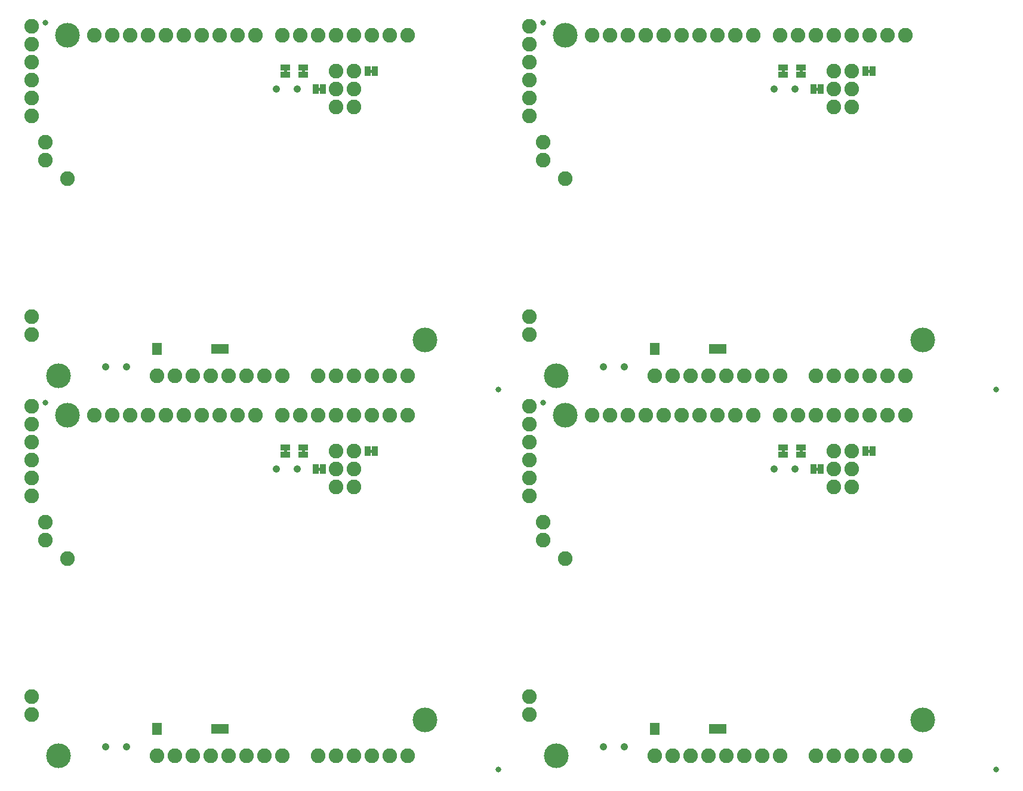
<source format=gbs>
G75*
%MOIN*%
%OFA0B0*%
%FSLAX25Y25*%
%IPPOS*%
%LPD*%
%AMOC8*
5,1,8,0,0,1.08239X$1,22.5*
%
%ADD10C,0.08200*%
%ADD11C,0.04146*%
%ADD12R,0.05800X0.03300*%
%ADD13C,0.00500*%
%ADD14R,0.03300X0.05800*%
%ADD15C,0.13800*%
%ADD16C,0.03300*%
D10*
X0067524Y0061500D03*
X0067524Y0071500D03*
X0137524Y0038500D03*
X0147524Y0038500D03*
X0157524Y0038500D03*
X0167524Y0038500D03*
X0177524Y0038500D03*
X0187524Y0038500D03*
X0197524Y0038500D03*
X0207524Y0038500D03*
X0227524Y0038500D03*
X0237524Y0038500D03*
X0247524Y0038500D03*
X0257524Y0038500D03*
X0267524Y0038500D03*
X0277524Y0038500D03*
X0345524Y0061500D03*
X0345524Y0071500D03*
X0415524Y0038500D03*
X0425524Y0038500D03*
X0435524Y0038500D03*
X0445524Y0038500D03*
X0455524Y0038500D03*
X0465524Y0038500D03*
X0475524Y0038500D03*
X0485524Y0038500D03*
X0505524Y0038500D03*
X0515524Y0038500D03*
X0525524Y0038500D03*
X0535524Y0038500D03*
X0545524Y0038500D03*
X0555524Y0038500D03*
X0365524Y0148500D03*
X0353024Y0159000D03*
X0353024Y0169000D03*
X0345524Y0183500D03*
X0345524Y0193500D03*
X0345524Y0203500D03*
X0345524Y0213500D03*
X0345524Y0223500D03*
X0345524Y0233500D03*
X0380524Y0228500D03*
X0390524Y0228500D03*
X0400524Y0228500D03*
X0410524Y0228500D03*
X0420524Y0228500D03*
X0430524Y0228500D03*
X0440524Y0228500D03*
X0450524Y0228500D03*
X0460524Y0228500D03*
X0470524Y0228500D03*
X0485524Y0228500D03*
X0495524Y0228500D03*
X0505524Y0228500D03*
X0515524Y0228500D03*
X0525524Y0228500D03*
X0535524Y0228500D03*
X0545524Y0228500D03*
X0555524Y0228500D03*
X0525524Y0208500D03*
X0525524Y0198500D03*
X0525524Y0188500D03*
X0515524Y0188500D03*
X0515524Y0198500D03*
X0515524Y0208500D03*
X0515524Y0250500D03*
X0505524Y0250500D03*
X0525524Y0250500D03*
X0535524Y0250500D03*
X0545524Y0250500D03*
X0555524Y0250500D03*
X0485524Y0250500D03*
X0475524Y0250500D03*
X0465524Y0250500D03*
X0455524Y0250500D03*
X0445524Y0250500D03*
X0435524Y0250500D03*
X0425524Y0250500D03*
X0415524Y0250500D03*
X0345524Y0273500D03*
X0345524Y0283500D03*
X0277524Y0250500D03*
X0267524Y0250500D03*
X0257524Y0250500D03*
X0247524Y0250500D03*
X0237524Y0250500D03*
X0227524Y0250500D03*
X0207524Y0250500D03*
X0197524Y0250500D03*
X0187524Y0250500D03*
X0177524Y0250500D03*
X0167524Y0250500D03*
X0157524Y0250500D03*
X0147524Y0250500D03*
X0137524Y0250500D03*
X0142524Y0228500D03*
X0132524Y0228500D03*
X0122524Y0228500D03*
X0112524Y0228500D03*
X0102524Y0228500D03*
X0067524Y0223500D03*
X0067524Y0213500D03*
X0067524Y0203500D03*
X0067524Y0193500D03*
X0067524Y0183500D03*
X0075024Y0169000D03*
X0075024Y0159000D03*
X0087524Y0148500D03*
X0152524Y0228500D03*
X0162524Y0228500D03*
X0172524Y0228500D03*
X0182524Y0228500D03*
X0192524Y0228500D03*
X0207524Y0228500D03*
X0217524Y0228500D03*
X0227524Y0228500D03*
X0237524Y0228500D03*
X0247524Y0228500D03*
X0257524Y0228500D03*
X0267524Y0228500D03*
X0277524Y0228500D03*
X0247524Y0208500D03*
X0237524Y0208500D03*
X0237524Y0198500D03*
X0247524Y0198500D03*
X0247524Y0188500D03*
X0237524Y0188500D03*
X0067524Y0233500D03*
X0067524Y0273500D03*
X0067524Y0283500D03*
X0087524Y0360500D03*
X0075024Y0371000D03*
X0075024Y0381000D03*
X0067524Y0395500D03*
X0067524Y0405500D03*
X0067524Y0415500D03*
X0067524Y0425500D03*
X0067524Y0435500D03*
X0067524Y0445500D03*
X0102524Y0440500D03*
X0112524Y0440500D03*
X0122524Y0440500D03*
X0132524Y0440500D03*
X0142524Y0440500D03*
X0152524Y0440500D03*
X0162524Y0440500D03*
X0172524Y0440500D03*
X0182524Y0440500D03*
X0192524Y0440500D03*
X0207524Y0440500D03*
X0217524Y0440500D03*
X0227524Y0440500D03*
X0237524Y0440500D03*
X0247524Y0440500D03*
X0257524Y0440500D03*
X0267524Y0440500D03*
X0277524Y0440500D03*
X0247524Y0420500D03*
X0237524Y0420500D03*
X0237524Y0410500D03*
X0247524Y0410500D03*
X0247524Y0400500D03*
X0237524Y0400500D03*
X0345524Y0395500D03*
X0345524Y0405500D03*
X0345524Y0415500D03*
X0345524Y0425500D03*
X0345524Y0435500D03*
X0345524Y0445500D03*
X0380524Y0440500D03*
X0390524Y0440500D03*
X0400524Y0440500D03*
X0410524Y0440500D03*
X0420524Y0440500D03*
X0430524Y0440500D03*
X0440524Y0440500D03*
X0450524Y0440500D03*
X0460524Y0440500D03*
X0470524Y0440500D03*
X0485524Y0440500D03*
X0495524Y0440500D03*
X0505524Y0440500D03*
X0515524Y0440500D03*
X0525524Y0440500D03*
X0535524Y0440500D03*
X0545524Y0440500D03*
X0555524Y0440500D03*
X0525524Y0420500D03*
X0525524Y0410500D03*
X0525524Y0400500D03*
X0515524Y0400500D03*
X0515524Y0410500D03*
X0515524Y0420500D03*
X0365524Y0360500D03*
X0353024Y0371000D03*
X0353024Y0381000D03*
D11*
X0482118Y0410500D03*
X0493929Y0410500D03*
X0398629Y0255500D03*
X0386818Y0255500D03*
X0482118Y0198500D03*
X0493929Y0198500D03*
X0398629Y0043500D03*
X0386818Y0043500D03*
X0215929Y0198500D03*
X0204118Y0198500D03*
X0120629Y0255500D03*
X0108818Y0255500D03*
X0204118Y0410500D03*
X0215929Y0410500D03*
X0120629Y0043500D03*
X0108818Y0043500D03*
D12*
X0137524Y0051900D03*
X0137524Y0055100D03*
X0209256Y0206500D03*
X0209256Y0210500D03*
X0219256Y0210500D03*
X0219256Y0206500D03*
X0137524Y0263900D03*
X0137524Y0267100D03*
X0209256Y0418500D03*
X0209256Y0422500D03*
X0219256Y0422500D03*
X0219256Y0418500D03*
X0415524Y0267100D03*
X0415524Y0263900D03*
X0487256Y0210500D03*
X0487256Y0206500D03*
X0497256Y0206500D03*
X0497256Y0210500D03*
X0415524Y0055100D03*
X0415524Y0051900D03*
X0487256Y0418500D03*
X0487256Y0422500D03*
X0497256Y0422500D03*
X0497256Y0418500D03*
D13*
X0497756Y0419750D02*
X0497756Y0421250D01*
X0496756Y0421250D01*
X0496756Y0419750D01*
X0497756Y0419750D01*
X0497756Y0419831D02*
X0496756Y0419831D01*
X0496756Y0420330D02*
X0497756Y0420330D01*
X0497756Y0420828D02*
X0496756Y0420828D01*
X0487756Y0420828D02*
X0486756Y0420828D01*
X0486756Y0421250D02*
X0487756Y0421250D01*
X0487756Y0419750D01*
X0486756Y0419750D01*
X0486756Y0421250D01*
X0486756Y0420330D02*
X0487756Y0420330D01*
X0487756Y0419831D02*
X0486756Y0419831D01*
X0505274Y0411000D02*
X0505274Y0410000D01*
X0506774Y0410000D01*
X0506774Y0411000D01*
X0505274Y0411000D01*
X0505274Y0410858D02*
X0506774Y0410858D01*
X0506774Y0410360D02*
X0505274Y0410360D01*
X0534274Y0420000D02*
X0535774Y0420000D01*
X0535774Y0421000D01*
X0534274Y0421000D01*
X0534274Y0420000D01*
X0534274Y0420330D02*
X0535774Y0420330D01*
X0535774Y0420828D02*
X0534274Y0420828D01*
X0257774Y0420828D02*
X0256274Y0420828D01*
X0256274Y0421000D02*
X0256274Y0420000D01*
X0257774Y0420000D01*
X0257774Y0421000D01*
X0256274Y0421000D01*
X0256274Y0420330D02*
X0257774Y0420330D01*
X0228774Y0411000D02*
X0227274Y0411000D01*
X0227274Y0410000D01*
X0228774Y0410000D01*
X0228774Y0411000D01*
X0228774Y0410858D02*
X0227274Y0410858D01*
X0227274Y0410360D02*
X0228774Y0410360D01*
X0219756Y0419750D02*
X0219756Y0421250D01*
X0218756Y0421250D01*
X0218756Y0419750D01*
X0219756Y0419750D01*
X0219756Y0419831D02*
X0218756Y0419831D01*
X0218756Y0420330D02*
X0219756Y0420330D01*
X0219756Y0420828D02*
X0218756Y0420828D01*
X0209756Y0420828D02*
X0208756Y0420828D01*
X0208756Y0421250D02*
X0209756Y0421250D01*
X0209756Y0419750D01*
X0208756Y0419750D01*
X0208756Y0421250D01*
X0208756Y0420330D02*
X0209756Y0420330D01*
X0209756Y0419831D02*
X0208756Y0419831D01*
X0208756Y0209250D02*
X0209756Y0209250D01*
X0209756Y0207750D01*
X0208756Y0207750D01*
X0208756Y0209250D01*
X0208756Y0208961D02*
X0209756Y0208961D01*
X0209756Y0208463D02*
X0208756Y0208463D01*
X0208756Y0207964D02*
X0209756Y0207964D01*
X0218756Y0207964D02*
X0219756Y0207964D01*
X0219756Y0207750D02*
X0219756Y0209250D01*
X0218756Y0209250D01*
X0218756Y0207750D01*
X0219756Y0207750D01*
X0219756Y0208463D02*
X0218756Y0208463D01*
X0218756Y0208961D02*
X0219756Y0208961D01*
X0227274Y0199000D02*
X0227274Y0198000D01*
X0228774Y0198000D01*
X0228774Y0199000D01*
X0227274Y0199000D01*
X0227274Y0198991D02*
X0228774Y0198991D01*
X0228774Y0198492D02*
X0227274Y0198492D01*
X0256274Y0208000D02*
X0257774Y0208000D01*
X0257774Y0209000D01*
X0256274Y0209000D01*
X0256274Y0208000D01*
X0256274Y0208463D02*
X0257774Y0208463D01*
X0257774Y0208961D02*
X0256274Y0208961D01*
X0486756Y0208961D02*
X0487756Y0208961D01*
X0487756Y0209250D02*
X0486756Y0209250D01*
X0486756Y0207750D01*
X0487756Y0207750D01*
X0487756Y0209250D01*
X0487756Y0208463D02*
X0486756Y0208463D01*
X0486756Y0207964D02*
X0487756Y0207964D01*
X0496756Y0207964D02*
X0497756Y0207964D01*
X0497756Y0207750D02*
X0497756Y0209250D01*
X0496756Y0209250D01*
X0496756Y0207750D01*
X0497756Y0207750D01*
X0497756Y0208463D02*
X0496756Y0208463D01*
X0496756Y0208961D02*
X0497756Y0208961D01*
X0505274Y0199000D02*
X0505274Y0198000D01*
X0506774Y0198000D01*
X0506774Y0199000D01*
X0505274Y0199000D01*
X0505274Y0198991D02*
X0506774Y0198991D01*
X0506774Y0198492D02*
X0505274Y0198492D01*
X0534274Y0208000D02*
X0535774Y0208000D01*
X0535774Y0209000D01*
X0534274Y0209000D01*
X0534274Y0208000D01*
X0534274Y0208463D02*
X0535774Y0208463D01*
X0535774Y0208961D02*
X0534274Y0208961D01*
D14*
X0533024Y0208500D03*
X0537024Y0208500D03*
X0508024Y0198500D03*
X0504024Y0198500D03*
X0453724Y0265500D03*
X0450524Y0265500D03*
X0447324Y0265500D03*
X0259024Y0208500D03*
X0255024Y0208500D03*
X0230024Y0198500D03*
X0226024Y0198500D03*
X0175724Y0265500D03*
X0172524Y0265500D03*
X0169324Y0265500D03*
X0226024Y0410500D03*
X0230024Y0410500D03*
X0255024Y0420500D03*
X0259024Y0420500D03*
X0504024Y0410500D03*
X0508024Y0410500D03*
X0533024Y0420500D03*
X0537024Y0420500D03*
X0453724Y0053500D03*
X0450524Y0053500D03*
X0447324Y0053500D03*
X0175724Y0053500D03*
X0172524Y0053500D03*
X0169324Y0053500D03*
D15*
X0082524Y0038500D03*
X0287024Y0058500D03*
X0360524Y0038500D03*
X0565024Y0058500D03*
X0365524Y0228500D03*
X0360524Y0250500D03*
X0287024Y0270500D03*
X0087524Y0228500D03*
X0082524Y0250500D03*
X0087524Y0440500D03*
X0365524Y0440500D03*
X0565024Y0270500D03*
D16*
X0606024Y0243000D03*
X0353024Y0235500D03*
X0328024Y0243000D03*
X0075024Y0235500D03*
X0328024Y0031000D03*
X0606024Y0031000D03*
X0353024Y0447500D03*
X0075024Y0447500D03*
M02*

</source>
